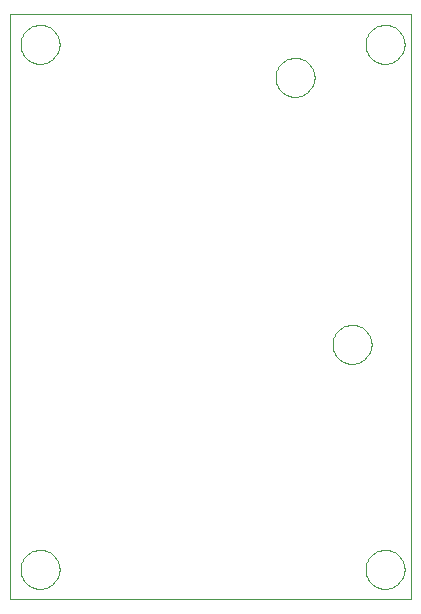
<source format=gko>
G75*
G70*
%OFA0B0*%
%FSLAX24Y24*%
%IPPOS*%
%LPD*%
%AMOC8*
5,1,8,0,0,1.08239X$1,22.5*
%
%ADD10C,0.0000*%
D10*
X000500Y001000D02*
X000500Y020496D01*
X013870Y020496D01*
X013870Y001000D01*
X000500Y001000D01*
X000850Y002000D02*
X000852Y002050D01*
X000858Y002100D01*
X000868Y002150D01*
X000881Y002198D01*
X000898Y002246D01*
X000919Y002292D01*
X000943Y002336D01*
X000971Y002378D01*
X001002Y002418D01*
X001036Y002455D01*
X001073Y002490D01*
X001112Y002521D01*
X001153Y002550D01*
X001197Y002575D01*
X001243Y002597D01*
X001290Y002615D01*
X001338Y002629D01*
X001387Y002640D01*
X001437Y002647D01*
X001487Y002650D01*
X001538Y002649D01*
X001588Y002644D01*
X001638Y002635D01*
X001686Y002623D01*
X001734Y002606D01*
X001780Y002586D01*
X001825Y002563D01*
X001868Y002536D01*
X001908Y002506D01*
X001946Y002473D01*
X001981Y002437D01*
X002014Y002398D01*
X002043Y002357D01*
X002069Y002314D01*
X002092Y002269D01*
X002111Y002222D01*
X002126Y002174D01*
X002138Y002125D01*
X002146Y002075D01*
X002150Y002025D01*
X002150Y001975D01*
X002146Y001925D01*
X002138Y001875D01*
X002126Y001826D01*
X002111Y001778D01*
X002092Y001731D01*
X002069Y001686D01*
X002043Y001643D01*
X002014Y001602D01*
X001981Y001563D01*
X001946Y001527D01*
X001908Y001494D01*
X001868Y001464D01*
X001825Y001437D01*
X001780Y001414D01*
X001734Y001394D01*
X001686Y001377D01*
X001638Y001365D01*
X001588Y001356D01*
X001538Y001351D01*
X001487Y001350D01*
X001437Y001353D01*
X001387Y001360D01*
X001338Y001371D01*
X001290Y001385D01*
X001243Y001403D01*
X001197Y001425D01*
X001153Y001450D01*
X001112Y001479D01*
X001073Y001510D01*
X001036Y001545D01*
X001002Y001582D01*
X000971Y001622D01*
X000943Y001664D01*
X000919Y001708D01*
X000898Y001754D01*
X000881Y001802D01*
X000868Y001850D01*
X000858Y001900D01*
X000852Y001950D01*
X000850Y002000D01*
X011250Y009500D02*
X011252Y009550D01*
X011258Y009600D01*
X011268Y009650D01*
X011281Y009698D01*
X011298Y009746D01*
X011319Y009792D01*
X011343Y009836D01*
X011371Y009878D01*
X011402Y009918D01*
X011436Y009955D01*
X011473Y009990D01*
X011512Y010021D01*
X011553Y010050D01*
X011597Y010075D01*
X011643Y010097D01*
X011690Y010115D01*
X011738Y010129D01*
X011787Y010140D01*
X011837Y010147D01*
X011887Y010150D01*
X011938Y010149D01*
X011988Y010144D01*
X012038Y010135D01*
X012086Y010123D01*
X012134Y010106D01*
X012180Y010086D01*
X012225Y010063D01*
X012268Y010036D01*
X012308Y010006D01*
X012346Y009973D01*
X012381Y009937D01*
X012414Y009898D01*
X012443Y009857D01*
X012469Y009814D01*
X012492Y009769D01*
X012511Y009722D01*
X012526Y009674D01*
X012538Y009625D01*
X012546Y009575D01*
X012550Y009525D01*
X012550Y009475D01*
X012546Y009425D01*
X012538Y009375D01*
X012526Y009326D01*
X012511Y009278D01*
X012492Y009231D01*
X012469Y009186D01*
X012443Y009143D01*
X012414Y009102D01*
X012381Y009063D01*
X012346Y009027D01*
X012308Y008994D01*
X012268Y008964D01*
X012225Y008937D01*
X012180Y008914D01*
X012134Y008894D01*
X012086Y008877D01*
X012038Y008865D01*
X011988Y008856D01*
X011938Y008851D01*
X011887Y008850D01*
X011837Y008853D01*
X011787Y008860D01*
X011738Y008871D01*
X011690Y008885D01*
X011643Y008903D01*
X011597Y008925D01*
X011553Y008950D01*
X011512Y008979D01*
X011473Y009010D01*
X011436Y009045D01*
X011402Y009082D01*
X011371Y009122D01*
X011343Y009164D01*
X011319Y009208D01*
X011298Y009254D01*
X011281Y009302D01*
X011268Y009350D01*
X011258Y009400D01*
X011252Y009450D01*
X011250Y009500D01*
X012350Y002000D02*
X012352Y002050D01*
X012358Y002100D01*
X012368Y002150D01*
X012381Y002198D01*
X012398Y002246D01*
X012419Y002292D01*
X012443Y002336D01*
X012471Y002378D01*
X012502Y002418D01*
X012536Y002455D01*
X012573Y002490D01*
X012612Y002521D01*
X012653Y002550D01*
X012697Y002575D01*
X012743Y002597D01*
X012790Y002615D01*
X012838Y002629D01*
X012887Y002640D01*
X012937Y002647D01*
X012987Y002650D01*
X013038Y002649D01*
X013088Y002644D01*
X013138Y002635D01*
X013186Y002623D01*
X013234Y002606D01*
X013280Y002586D01*
X013325Y002563D01*
X013368Y002536D01*
X013408Y002506D01*
X013446Y002473D01*
X013481Y002437D01*
X013514Y002398D01*
X013543Y002357D01*
X013569Y002314D01*
X013592Y002269D01*
X013611Y002222D01*
X013626Y002174D01*
X013638Y002125D01*
X013646Y002075D01*
X013650Y002025D01*
X013650Y001975D01*
X013646Y001925D01*
X013638Y001875D01*
X013626Y001826D01*
X013611Y001778D01*
X013592Y001731D01*
X013569Y001686D01*
X013543Y001643D01*
X013514Y001602D01*
X013481Y001563D01*
X013446Y001527D01*
X013408Y001494D01*
X013368Y001464D01*
X013325Y001437D01*
X013280Y001414D01*
X013234Y001394D01*
X013186Y001377D01*
X013138Y001365D01*
X013088Y001356D01*
X013038Y001351D01*
X012987Y001350D01*
X012937Y001353D01*
X012887Y001360D01*
X012838Y001371D01*
X012790Y001385D01*
X012743Y001403D01*
X012697Y001425D01*
X012653Y001450D01*
X012612Y001479D01*
X012573Y001510D01*
X012536Y001545D01*
X012502Y001582D01*
X012471Y001622D01*
X012443Y001664D01*
X012419Y001708D01*
X012398Y001754D01*
X012381Y001802D01*
X012368Y001850D01*
X012358Y001900D01*
X012352Y001950D01*
X012350Y002000D01*
X009350Y018400D02*
X009352Y018450D01*
X009358Y018500D01*
X009368Y018550D01*
X009381Y018598D01*
X009398Y018646D01*
X009419Y018692D01*
X009443Y018736D01*
X009471Y018778D01*
X009502Y018818D01*
X009536Y018855D01*
X009573Y018890D01*
X009612Y018921D01*
X009653Y018950D01*
X009697Y018975D01*
X009743Y018997D01*
X009790Y019015D01*
X009838Y019029D01*
X009887Y019040D01*
X009937Y019047D01*
X009987Y019050D01*
X010038Y019049D01*
X010088Y019044D01*
X010138Y019035D01*
X010186Y019023D01*
X010234Y019006D01*
X010280Y018986D01*
X010325Y018963D01*
X010368Y018936D01*
X010408Y018906D01*
X010446Y018873D01*
X010481Y018837D01*
X010514Y018798D01*
X010543Y018757D01*
X010569Y018714D01*
X010592Y018669D01*
X010611Y018622D01*
X010626Y018574D01*
X010638Y018525D01*
X010646Y018475D01*
X010650Y018425D01*
X010650Y018375D01*
X010646Y018325D01*
X010638Y018275D01*
X010626Y018226D01*
X010611Y018178D01*
X010592Y018131D01*
X010569Y018086D01*
X010543Y018043D01*
X010514Y018002D01*
X010481Y017963D01*
X010446Y017927D01*
X010408Y017894D01*
X010368Y017864D01*
X010325Y017837D01*
X010280Y017814D01*
X010234Y017794D01*
X010186Y017777D01*
X010138Y017765D01*
X010088Y017756D01*
X010038Y017751D01*
X009987Y017750D01*
X009937Y017753D01*
X009887Y017760D01*
X009838Y017771D01*
X009790Y017785D01*
X009743Y017803D01*
X009697Y017825D01*
X009653Y017850D01*
X009612Y017879D01*
X009573Y017910D01*
X009536Y017945D01*
X009502Y017982D01*
X009471Y018022D01*
X009443Y018064D01*
X009419Y018108D01*
X009398Y018154D01*
X009381Y018202D01*
X009368Y018250D01*
X009358Y018300D01*
X009352Y018350D01*
X009350Y018400D01*
X012350Y019500D02*
X012352Y019550D01*
X012358Y019600D01*
X012368Y019650D01*
X012381Y019698D01*
X012398Y019746D01*
X012419Y019792D01*
X012443Y019836D01*
X012471Y019878D01*
X012502Y019918D01*
X012536Y019955D01*
X012573Y019990D01*
X012612Y020021D01*
X012653Y020050D01*
X012697Y020075D01*
X012743Y020097D01*
X012790Y020115D01*
X012838Y020129D01*
X012887Y020140D01*
X012937Y020147D01*
X012987Y020150D01*
X013038Y020149D01*
X013088Y020144D01*
X013138Y020135D01*
X013186Y020123D01*
X013234Y020106D01*
X013280Y020086D01*
X013325Y020063D01*
X013368Y020036D01*
X013408Y020006D01*
X013446Y019973D01*
X013481Y019937D01*
X013514Y019898D01*
X013543Y019857D01*
X013569Y019814D01*
X013592Y019769D01*
X013611Y019722D01*
X013626Y019674D01*
X013638Y019625D01*
X013646Y019575D01*
X013650Y019525D01*
X013650Y019475D01*
X013646Y019425D01*
X013638Y019375D01*
X013626Y019326D01*
X013611Y019278D01*
X013592Y019231D01*
X013569Y019186D01*
X013543Y019143D01*
X013514Y019102D01*
X013481Y019063D01*
X013446Y019027D01*
X013408Y018994D01*
X013368Y018964D01*
X013325Y018937D01*
X013280Y018914D01*
X013234Y018894D01*
X013186Y018877D01*
X013138Y018865D01*
X013088Y018856D01*
X013038Y018851D01*
X012987Y018850D01*
X012937Y018853D01*
X012887Y018860D01*
X012838Y018871D01*
X012790Y018885D01*
X012743Y018903D01*
X012697Y018925D01*
X012653Y018950D01*
X012612Y018979D01*
X012573Y019010D01*
X012536Y019045D01*
X012502Y019082D01*
X012471Y019122D01*
X012443Y019164D01*
X012419Y019208D01*
X012398Y019254D01*
X012381Y019302D01*
X012368Y019350D01*
X012358Y019400D01*
X012352Y019450D01*
X012350Y019500D01*
X000850Y019500D02*
X000852Y019550D01*
X000858Y019600D01*
X000868Y019650D01*
X000881Y019698D01*
X000898Y019746D01*
X000919Y019792D01*
X000943Y019836D01*
X000971Y019878D01*
X001002Y019918D01*
X001036Y019955D01*
X001073Y019990D01*
X001112Y020021D01*
X001153Y020050D01*
X001197Y020075D01*
X001243Y020097D01*
X001290Y020115D01*
X001338Y020129D01*
X001387Y020140D01*
X001437Y020147D01*
X001487Y020150D01*
X001538Y020149D01*
X001588Y020144D01*
X001638Y020135D01*
X001686Y020123D01*
X001734Y020106D01*
X001780Y020086D01*
X001825Y020063D01*
X001868Y020036D01*
X001908Y020006D01*
X001946Y019973D01*
X001981Y019937D01*
X002014Y019898D01*
X002043Y019857D01*
X002069Y019814D01*
X002092Y019769D01*
X002111Y019722D01*
X002126Y019674D01*
X002138Y019625D01*
X002146Y019575D01*
X002150Y019525D01*
X002150Y019475D01*
X002146Y019425D01*
X002138Y019375D01*
X002126Y019326D01*
X002111Y019278D01*
X002092Y019231D01*
X002069Y019186D01*
X002043Y019143D01*
X002014Y019102D01*
X001981Y019063D01*
X001946Y019027D01*
X001908Y018994D01*
X001868Y018964D01*
X001825Y018937D01*
X001780Y018914D01*
X001734Y018894D01*
X001686Y018877D01*
X001638Y018865D01*
X001588Y018856D01*
X001538Y018851D01*
X001487Y018850D01*
X001437Y018853D01*
X001387Y018860D01*
X001338Y018871D01*
X001290Y018885D01*
X001243Y018903D01*
X001197Y018925D01*
X001153Y018950D01*
X001112Y018979D01*
X001073Y019010D01*
X001036Y019045D01*
X001002Y019082D01*
X000971Y019122D01*
X000943Y019164D01*
X000919Y019208D01*
X000898Y019254D01*
X000881Y019302D01*
X000868Y019350D01*
X000858Y019400D01*
X000852Y019450D01*
X000850Y019500D01*
M02*

</source>
